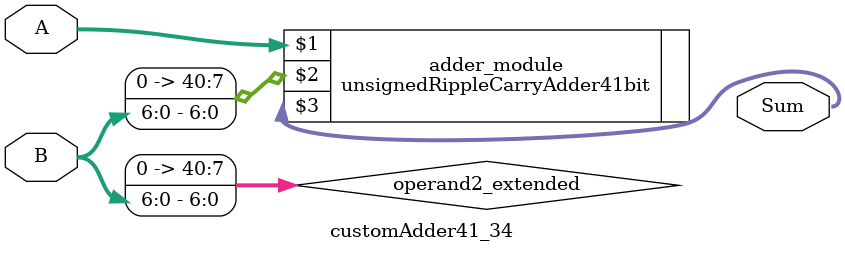
<source format=v>
module customAdder41_34(
                        input [40 : 0] A,
                        input [6 : 0] B,
                        
                        output [41 : 0] Sum
                );

        wire [40 : 0] operand2_extended;
        
        assign operand2_extended =  {34'b0, B};
        
        unsignedRippleCarryAdder41bit adder_module(
            A,
            operand2_extended,
            Sum
        );
        
        endmodule
        
</source>
